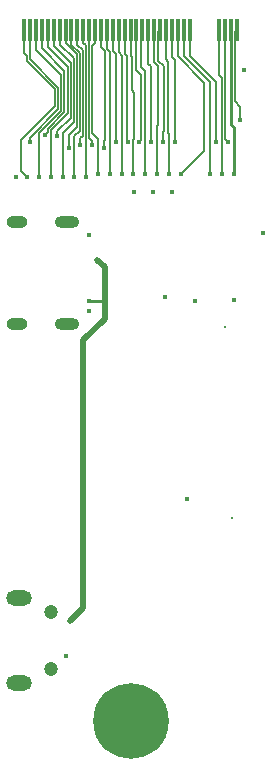
<source format=gbr>
%TF.GenerationSoftware,KiCad,Pcbnew,7.0.5*%
%TF.CreationDate,2023-08-28T16:59:48-05:00*%
%TF.ProjectId,Chimera_0002_thea,4368696d-6572-4615-9f30-3030325f7468,rev?*%
%TF.SameCoordinates,Original*%
%TF.FileFunction,Copper,L4,Bot*%
%TF.FilePolarity,Positive*%
%FSLAX46Y46*%
G04 Gerber Fmt 4.6, Leading zero omitted, Abs format (unit mm)*
G04 Created by KiCad (PCBNEW 7.0.5) date 2023-08-28 16:59:48*
%MOMM*%
%LPD*%
G01*
G04 APERTURE LIST*
%TA.AperFunction,ConnectorPad*%
%ADD10C,6.400000*%
%TD*%
%TA.AperFunction,ComponentPad*%
%ADD11C,3.600000*%
%TD*%
%TA.AperFunction,SMDPad,CuDef*%
%ADD12R,0.350000X1.950000*%
%TD*%
%TA.AperFunction,ComponentPad*%
%ADD13C,1.200000*%
%TD*%
%TA.AperFunction,ComponentPad*%
%ADD14O,2.200000X1.300000*%
%TD*%
%TA.AperFunction,ComponentPad*%
%ADD15O,2.100000X1.000000*%
%TD*%
%TA.AperFunction,ComponentPad*%
%ADD16O,1.800000X1.000000*%
%TD*%
%TA.AperFunction,ViaPad*%
%ADD17C,0.450000*%
%TD*%
%TA.AperFunction,ViaPad*%
%ADD18C,0.330000*%
%TD*%
%TA.AperFunction,ViaPad*%
%ADD19C,0.400000*%
%TD*%
%TA.AperFunction,Conductor*%
%ADD20C,0.127000*%
%TD*%
%TA.AperFunction,Conductor*%
%ADD21C,0.254000*%
%TD*%
%TA.AperFunction,Conductor*%
%ADD22C,0.500000*%
%TD*%
G04 APERTURE END LIST*
D10*
%TO.P,H1,1*%
%TO.N,N/C*%
X112500000Y-149900000D03*
D11*
X112500000Y-149900000D03*
%TD*%
D12*
%TO.P,U2,2,1*%
%TO.N,Net-(CN1-1-Pad73)*%
X103500000Y-91425000D03*
%TO.P,U2,4,1*%
%TO.N,Net-(CN1-1-Pad71)*%
X104000000Y-91425000D03*
%TO.P,U2,6,1*%
%TO.N,Net-(CN1-1-Pad69)*%
X104500000Y-91425000D03*
%TO.P,U2,8,1*%
%TO.N,Net-(CN1-1-Pad67)*%
X105000000Y-91425000D03*
%TO.P,U2,10,1*%
%TO.N,Net-(CN1-1-Pad66)*%
X105500000Y-91425000D03*
%TO.P,U2,12,12*%
%TO.N,Net-(CN1-20-Pad63)*%
X106000000Y-91425000D03*
%TO.P,U2,14,14*%
%TO.N,Net-(CN1-20-Pad61)*%
X106500000Y-91425000D03*
%TO.P,U2,16,16*%
%TO.N,Net-(CN1-20-Pad59)*%
X107000000Y-91425000D03*
%TO.P,U2,18,18*%
%TO.N,Net-(CN1-20-Pad57)*%
X107500000Y-91425000D03*
%TO.P,U2,20,20*%
%TO.N,Net-(CN1-20-Pad55)*%
X108000000Y-91425000D03*
%TO.P,U2,22,20*%
%TO.N,Net-(CN1-20-Pad53)*%
X108500000Y-91425000D03*
%TO.P,U2,24,20*%
%TO.N,Net-(CN1-20-Pad51)*%
X109000000Y-91425000D03*
%TO.P,U2,26,20*%
%TO.N,Net-(CN1-20-Pad49)*%
X109500000Y-91425000D03*
%TO.P,U2,28,20*%
%TO.N,Net-(CN1-20-Pad47)*%
X110000000Y-91425000D03*
%TO.P,U2,30,20*%
%TO.N,Net-(CN1-20-Pad45)*%
X110500000Y-91425000D03*
%TO.P,U2,32,20*%
%TO.N,Net-(CN1-20-Pad43)*%
X111000000Y-91425000D03*
%TO.P,U2,34,20*%
%TO.N,Net-(CN1-20-Pad41)*%
X111500000Y-91425000D03*
%TO.P,U2,36,20*%
%TO.N,Net-(CN1-20-Pad39)*%
X112000000Y-91425000D03*
%TO.P,U2,38,20*%
%TO.N,Net-(CN1-20-Pad37)*%
X112500000Y-91425000D03*
%TO.P,U2,40,20*%
%TO.N,Net-(CN1-20-Pad35)*%
X113000000Y-91425000D03*
%TO.P,U2,42,20*%
%TO.N,Net-(CN1-20-Pad33)*%
X113500000Y-91425000D03*
%TO.P,U2,44,20*%
%TO.N,USB-*%
X114000000Y-91425000D03*
%TO.P,U2,46,20*%
%TO.N,USB+*%
X114500000Y-91425000D03*
%TO.P,U2,48,20*%
%TO.N,Net-(CN1-20-Pad27)*%
X115000000Y-91425000D03*
%TO.P,U2,50,20*%
%TO.N,Net-(CN1-20-Pad25)*%
X115500000Y-91425000D03*
%TO.P,U2,52,20*%
%TO.N,Net-(CN1-20-Pad23)*%
X116000000Y-91425000D03*
%TO.P,U2,54,20*%
%TO.N,Net-(CN1-20-Pad21)*%
X116500000Y-91425000D03*
%TO.P,U2,56,20*%
%TO.N,Net-(CN1-1-Pad11)*%
X117000000Y-91425000D03*
%TO.P,U2,58,20*%
%TO.N,Net-(CN1-1-Pad9)*%
X117500000Y-91425000D03*
%TO.P,U2,68,1*%
%TO.N,Net-(CN1-1-Pad7)*%
X120000000Y-91425000D03*
%TO.P,U2,70,1*%
%TO.N,Net-(CN1-1-Pad5)*%
X120500000Y-91425000D03*
%TO.P,U2,72,1*%
%TO.N,+5V*%
X121000000Y-91425000D03*
%TO.P,U2,74,1*%
%TO.N,+3V3*%
X121500000Y-91425000D03*
%TD*%
D13*
%TO.P,USB1,SH0,MTN*%
%TO.N,GND*%
X105749987Y-140675108D03*
D14*
%TO.P,USB1,SH1*%
X103100000Y-139500102D03*
%TO.P,USB1,SH2,2*%
X103100000Y-146700000D03*
D13*
%TO.P,USB1,SH3,SH3*%
X105749987Y-145524994D03*
%TD*%
D15*
%TO.P,U1,1,SHELL*%
%TO.N,GND*%
X107098534Y-107679960D03*
%TO.P,U1,2,SHELL*%
X107098534Y-116320041D03*
D16*
%TO.P,U1,3,SHELL*%
X102918448Y-116320041D03*
%TO.P,U1,4,SHELL*%
X102918448Y-107679960D03*
%TD*%
D17*
%TO.N,Net-(CN1-1-Pad11)*%
X119250000Y-103650000D03*
%TO.N,Net-(CN1-20-Pad21)*%
X116750000Y-103650000D03*
%TO.N,Net-(CN1-20-Pad23)*%
X116250000Y-100900000D03*
%TO.N,Net-(CN1-20-Pad25)*%
X115750000Y-103650000D03*
%TO.N,Net-(CN1-20-Pad27)*%
X115250000Y-100900000D03*
%TO.N,Net-(CN1-1-Pad66)*%
X105750000Y-103900000D03*
%TO.N,Net-(CN1-20-Pad33)*%
X113750000Y-103650000D03*
%TO.N,Net-(CN1-20-Pad35)*%
X113250000Y-100900000D03*
%TO.N,Net-(CN1-20-Pad37)*%
X112750000Y-103650000D03*
%TO.N,Net-(CN1-1-Pad5)*%
X120749872Y-100900000D03*
%TO.N,Net-(CN1-20-Pad39)*%
X112250000Y-100900000D03*
%TO.N,Net-(CN1-1-Pad69)*%
X104750000Y-103900000D03*
%TO.N,Net-(CN1-1-Pad71)*%
X104000000Y-100900000D03*
%TO.N,Net-(CN1-1-Pad73)*%
X103750000Y-103900000D03*
%TO.N,Net-(CN1-20-Pad41)*%
X111750000Y-103650000D03*
D18*
%TO.N,+3V3*%
X120500000Y-116600000D03*
X121100000Y-132700000D03*
D19*
X121749872Y-99000000D03*
D17*
%TO.N,Net-(CN1-20-Pad43)*%
X111250000Y-100900000D03*
%TO.N,Net-(CN1-20-Pad45)*%
X110750000Y-103650000D03*
%TO.N,Net-(CN1-20-Pad47)*%
X110250000Y-101400000D03*
%TO.N,Net-(CN1-20-Pad49)*%
X109750000Y-103650000D03*
%TO.N,Net-(CN1-20-Pad51)*%
X109250000Y-101150000D03*
%TO.N,Net-(CN1-20-Pad53)*%
X108750000Y-103900000D03*
%TO.N,Net-(CN1-20-Pad55)*%
X108250000Y-101150000D03*
%TO.N,Net-(CN1-20-Pad57)*%
X107750000Y-103900000D03*
%TO.N,Net-(CN1-20-Pad59)*%
X107250000Y-101400000D03*
%TO.N,Net-(CN1-20-Pad61)*%
X106750000Y-103900000D03*
%TO.N,Net-(CN1-1-Pad67)*%
X105250000Y-100339395D03*
%TO.N,Net-(CN1-1-Pad7)*%
X120250000Y-103650000D03*
%TO.N,Net-(CN1-20-Pad63)*%
X106250000Y-100400000D03*
%TO.N,Net-(CN1-1-Pad9)*%
X119749872Y-100900000D03*
%TO.N,GND*%
X117925000Y-114350000D03*
X102800000Y-103900000D03*
X122100000Y-94800000D03*
X121250000Y-114250000D03*
X107000000Y-144400000D03*
X114400000Y-105100000D03*
X117300000Y-131100000D03*
X116000000Y-105100000D03*
X109000000Y-108750000D03*
X112800000Y-105100000D03*
X115400000Y-114000000D03*
X109000000Y-115250000D03*
%TO.N,USB+*%
X114750000Y-103650000D03*
%TO.N,USB-*%
X114250000Y-100900000D03*
%TO.N,+5V*%
X121250000Y-103650000D03*
X123750000Y-108650000D03*
%TO.N,VBUS*%
X109000000Y-114400000D03*
X108500000Y-123100000D03*
X109700000Y-110900000D03*
X107400000Y-141500000D03*
%TD*%
D20*
%TO.N,Net-(CN1-1-Pad11)*%
X119250000Y-100400000D02*
X119250000Y-103650000D01*
X119200000Y-100350000D02*
X119250000Y-100400000D01*
X117000000Y-93650000D02*
X119200000Y-95850000D01*
X119200000Y-95850000D02*
X119200000Y-100350000D01*
X117000000Y-91425000D02*
X117000000Y-93650000D01*
%TO.N,Net-(CN1-20-Pad21)*%
X116500000Y-93654000D02*
X116500000Y-91425000D01*
X116750000Y-103650000D02*
X118746000Y-101654000D01*
X118746000Y-95900000D02*
X116500000Y-93654000D01*
X118746000Y-101654000D02*
X118746000Y-95900000D01*
%TO.N,Net-(CN1-20-Pad23)*%
X116250000Y-93950000D02*
X116000000Y-93700000D01*
X116000000Y-93700000D02*
X116000000Y-91425000D01*
X116250000Y-100900000D02*
X116250000Y-93950000D01*
%TO.N,Net-(CN1-20-Pad25)*%
X115500000Y-93904000D02*
X115700000Y-94104000D01*
X115700000Y-100100000D02*
X115750000Y-100150000D01*
X115500000Y-91425000D02*
X115500000Y-93904000D01*
X115750000Y-100150000D02*
X115750000Y-103650000D01*
X115700000Y-94104000D02*
X115700000Y-100100000D01*
%TO.N,Net-(CN1-20-Pad27)*%
X114975000Y-91425000D02*
X115000000Y-91425000D01*
X115250000Y-100036790D02*
X115300000Y-99986790D01*
X115300000Y-99986790D02*
X115300000Y-94458000D01*
X115250000Y-100900000D02*
X115250000Y-100036790D01*
X114865500Y-94023500D02*
X114865500Y-91534500D01*
X115300000Y-94458000D02*
X114865500Y-94023500D01*
X114865500Y-91534500D02*
X114975000Y-91425000D01*
%TO.N,Net-(CN1-1-Pad66)*%
X107168000Y-98450420D02*
X105750000Y-99868420D01*
X105500000Y-91425000D02*
X105500000Y-92900000D01*
X105750000Y-99868420D02*
X105750000Y-103900000D01*
X107168000Y-94568000D02*
X107168000Y-98450420D01*
X105500000Y-92900000D02*
X107168000Y-94568000D01*
%TO.N,Net-(CN1-20-Pad33)*%
X113475000Y-91425000D02*
X113365500Y-91534500D01*
X113365500Y-91534500D02*
X113365500Y-94549710D01*
X113500000Y-91425000D02*
X113475000Y-91425000D01*
X113700000Y-94884210D02*
X113700000Y-100350000D01*
X113365500Y-94549710D02*
X113700000Y-94884210D01*
X113750000Y-100400000D02*
X113750000Y-103650000D01*
X113700000Y-100350000D02*
X113750000Y-100400000D01*
%TO.N,Net-(CN1-20-Pad35)*%
X113000000Y-91425000D02*
X113000000Y-94800000D01*
X113400000Y-100750000D02*
X113250000Y-100900000D01*
X113400000Y-95200000D02*
X113400000Y-100750000D01*
X113000000Y-94800000D02*
X113400000Y-95200000D01*
%TO.N,Net-(CN1-20-Pad37)*%
X112800000Y-96722000D02*
X112800000Y-100631580D01*
X112600000Y-96522000D02*
X112800000Y-96722000D01*
X112500000Y-93586840D02*
X112600000Y-93686840D01*
X112800000Y-100631580D02*
X112750000Y-100681580D01*
X112600000Y-93686840D02*
X112600000Y-96522000D01*
X112500000Y-91425000D02*
X112500000Y-93586840D01*
X112750000Y-100681580D02*
X112750000Y-103650000D01*
%TO.N,Net-(CN1-1-Pad5)*%
X120504000Y-100654128D02*
X120504000Y-95412000D01*
X120500000Y-95408000D02*
X120500000Y-91425000D01*
X120504000Y-95412000D02*
X120500000Y-95408000D01*
X120749872Y-100900000D02*
X120504000Y-100654128D01*
%TO.N,Net-(CN1-20-Pad39)*%
X112000000Y-93446050D02*
X112200000Y-93646050D01*
X112200000Y-93646050D02*
X112200000Y-100772370D01*
X112000000Y-91425000D02*
X112000000Y-93446050D01*
X112200000Y-100772370D02*
X112250000Y-100822370D01*
X112250000Y-100822370D02*
X112250000Y-100900000D01*
%TO.N,Net-(CN1-1-Pad69)*%
X106646000Y-98254000D02*
X104750000Y-100150000D01*
X104750000Y-100150000D02*
X104750000Y-103900000D01*
X104500000Y-93118420D02*
X106646000Y-95264420D01*
X106646000Y-95264420D02*
X106646000Y-98254000D01*
X104500000Y-91425000D02*
X104500000Y-93118420D01*
%TO.N,Net-(CN1-1-Pad71)*%
X106392000Y-96295302D02*
X104000000Y-93903302D01*
X104000000Y-93903302D02*
X104000000Y-91425000D01*
X104000000Y-100900000D02*
X104000000Y-100540790D01*
X106392000Y-98148790D02*
X106392000Y-96295302D01*
X104000000Y-100540790D02*
X106392000Y-98148790D01*
%TO.N,Net-(CN1-1-Pad73)*%
X106138000Y-96400512D02*
X106138000Y-97871210D01*
X103500000Y-93400000D02*
X103746000Y-93646000D01*
X103250000Y-103400000D02*
X103750000Y-103900000D01*
X103746000Y-94008512D02*
X106138000Y-96400512D01*
X103746000Y-93646000D02*
X103746000Y-94008512D01*
X103250000Y-100759210D02*
X103250000Y-103400000D01*
X103500000Y-91425000D02*
X103500000Y-93400000D01*
X106138000Y-97871210D02*
X103250000Y-100759210D01*
%TO.N,Net-(CN1-20-Pad41)*%
X111750000Y-100650000D02*
X111750000Y-103650000D01*
X111800000Y-100600000D02*
X111750000Y-100650000D01*
X111500000Y-93305260D02*
X111800000Y-93605260D01*
X111500000Y-91425000D02*
X111500000Y-93305260D01*
X111800000Y-93605260D02*
X111800000Y-100600000D01*
%TO.N,+3V3*%
X121749872Y-97899872D02*
X121317500Y-97467500D01*
X121317500Y-97467500D02*
X121317500Y-92638500D01*
X121749872Y-99000000D02*
X121749872Y-97899872D01*
X121365500Y-91559500D02*
X121500000Y-91425000D01*
X121365500Y-92590500D02*
X121365500Y-91559500D01*
X121317500Y-92638500D02*
X121365500Y-92590500D01*
%TO.N,Net-(CN1-20-Pad43)*%
X111300000Y-93464470D02*
X111300000Y-100740790D01*
X111250000Y-100790790D02*
X111250000Y-100900000D01*
X111300000Y-100740790D02*
X111250000Y-100790790D01*
X111000000Y-93164470D02*
X111300000Y-93464470D01*
X111000000Y-91425000D02*
X111000000Y-93164470D01*
%TO.N,Net-(CN1-20-Pad45)*%
X110800000Y-100600000D02*
X110800000Y-93323680D01*
X110500000Y-93023680D02*
X110500000Y-91425000D01*
X110800000Y-93323680D02*
X110500000Y-93023680D01*
X110750000Y-103650000D02*
X110750000Y-100650000D01*
X110750000Y-100650000D02*
X110800000Y-100600000D01*
%TO.N,Net-(CN1-20-Pad47)*%
X110250000Y-101400000D02*
X110250000Y-100790790D01*
X110300000Y-100740790D02*
X110300000Y-93200000D01*
X110000000Y-92900000D02*
X110000000Y-91425000D01*
X110300000Y-93200000D02*
X110000000Y-92900000D01*
X110250000Y-100790790D02*
X110300000Y-100740790D01*
%TO.N,Net-(CN1-20-Pad49)*%
X109500000Y-91425000D02*
X109500000Y-92509210D01*
X109200000Y-100100000D02*
X109750000Y-100650000D01*
X109750000Y-100650000D02*
X109750000Y-103650000D01*
X109500000Y-92509210D02*
X109200000Y-92809210D01*
X109200000Y-92809210D02*
X109200000Y-100100000D01*
%TO.N,Net-(CN1-20-Pad51)*%
X109250000Y-100853950D02*
X109250000Y-101150000D01*
X108946000Y-100549950D02*
X109250000Y-100853950D01*
X108946000Y-92704000D02*
X108946000Y-100549950D01*
X109000000Y-92650000D02*
X108946000Y-92704000D01*
X109000000Y-91425000D02*
X109000000Y-92650000D01*
%TO.N,Net-(CN1-20-Pad53)*%
X108500000Y-91425000D02*
X108500000Y-92509210D01*
X108692000Y-92701210D02*
X108692000Y-100655160D01*
X108692000Y-100655160D02*
X108750000Y-100713160D01*
X108500000Y-92509210D02*
X108692000Y-92701210D01*
X108750000Y-100713160D02*
X108750000Y-103900000D01*
%TO.N,Net-(CN1-20-Pad55)*%
X108000000Y-91425000D02*
X108000000Y-92650000D01*
X108438000Y-100384370D02*
X108250000Y-100572370D01*
X108000000Y-92650000D02*
X108438000Y-93088000D01*
X108438000Y-93088000D02*
X108438000Y-100384370D01*
X108250000Y-100572370D02*
X108250000Y-101150000D01*
%TO.N,Net-(CN1-20-Pad57)*%
X108184000Y-93334000D02*
X108184000Y-99997580D01*
X108184000Y-99997580D02*
X107750000Y-100431580D01*
X107500000Y-91425000D02*
X107500000Y-92650000D01*
X107750000Y-100431580D02*
X107750000Y-103900000D01*
X107500000Y-92650000D02*
X108184000Y-93334000D01*
%TO.N,Net-(CN1-20-Pad59)*%
X107930000Y-93439210D02*
X107000000Y-92509210D01*
X107930000Y-99610790D02*
X107930000Y-93439210D01*
X107000000Y-92509210D02*
X107000000Y-91425000D01*
X107250000Y-101400000D02*
X107250000Y-100290790D01*
X107250000Y-100290790D02*
X107930000Y-99610790D01*
%TO.N,Net-(CN1-20-Pad61)*%
X106500000Y-92650000D02*
X107676000Y-93826000D01*
X107676000Y-99224000D02*
X106750000Y-100150000D01*
X107676000Y-93826000D02*
X107676000Y-99224000D01*
X106750000Y-100150000D02*
X106750000Y-103900000D01*
X106500000Y-91425000D02*
X106500000Y-92650000D01*
%TO.N,Net-(CN1-1-Pad67)*%
X105000000Y-92977630D02*
X105000000Y-91425000D01*
X106900000Y-98359210D02*
X106900000Y-94877630D01*
X105496000Y-99763210D02*
X106900000Y-98359210D01*
X106900000Y-94877630D02*
X105000000Y-92977630D01*
X105496000Y-100093395D02*
X105496000Y-99763210D01*
X105250000Y-100339395D02*
X105496000Y-100093395D01*
%TO.N,Net-(CN1-1-Pad7)*%
X120250000Y-95517210D02*
X120000000Y-95267210D01*
X120250000Y-103650000D02*
X120250000Y-95517210D01*
X120000000Y-95267210D02*
X120000000Y-91425000D01*
%TO.N,Net-(CN1-20-Pad63)*%
X106250000Y-100009210D02*
X106250000Y-100400000D01*
X106000000Y-91425000D02*
X106000000Y-92759210D01*
X106000000Y-92759210D02*
X107422000Y-94181210D01*
X107422000Y-94181210D02*
X107422000Y-98837210D01*
X107422000Y-98837210D02*
X106250000Y-100009210D01*
%TO.N,Net-(CN1-1-Pad9)*%
X119749872Y-100900000D02*
X119700000Y-100850128D01*
X117500000Y-93650000D02*
X117500000Y-91425000D01*
X119700000Y-100850128D02*
X119700000Y-95850000D01*
X119700000Y-95850000D02*
X117500000Y-93650000D01*
%TO.N,USB+*%
X114750000Y-99500000D02*
X114750000Y-103650000D01*
X114800000Y-99450000D02*
X114750000Y-99500000D01*
X114500000Y-94150000D02*
X114800000Y-94450000D01*
X114800000Y-94450000D02*
X114800000Y-99450000D01*
X114500000Y-91425000D02*
X114500000Y-94150000D01*
%TO.N,USB-*%
X114250000Y-100900000D02*
X114250000Y-100318370D01*
X114200000Y-100268370D02*
X114200000Y-94500000D01*
X114000000Y-94300000D02*
X114000000Y-91425000D01*
X114200000Y-94500000D02*
X114000000Y-94300000D01*
X114250000Y-100318370D02*
X114200000Y-100268370D01*
D21*
%TO.N,+5V*%
X121250000Y-103650000D02*
X121300000Y-103600000D01*
X121280872Y-99680872D02*
X121280872Y-103619128D01*
X121000000Y-91425000D02*
X121000000Y-99400000D01*
X121280872Y-103619128D02*
X121250000Y-103650000D01*
X121000000Y-99400000D02*
X121280872Y-99680872D01*
D22*
%TO.N,VBUS*%
X110300000Y-111500000D02*
X109700000Y-110900000D01*
X108500000Y-140400000D02*
X108500000Y-123100000D01*
X107400000Y-141500000D02*
X108500000Y-140400000D01*
X108500000Y-123100000D02*
X108500000Y-117700000D01*
X110300000Y-115900000D02*
X110300000Y-114400000D01*
X110300000Y-114400000D02*
X110300000Y-111500000D01*
D21*
X109000000Y-114400000D02*
X110300000Y-114400000D01*
D22*
X108500000Y-117700000D02*
X110300000Y-115900000D01*
%TD*%
M02*

</source>
